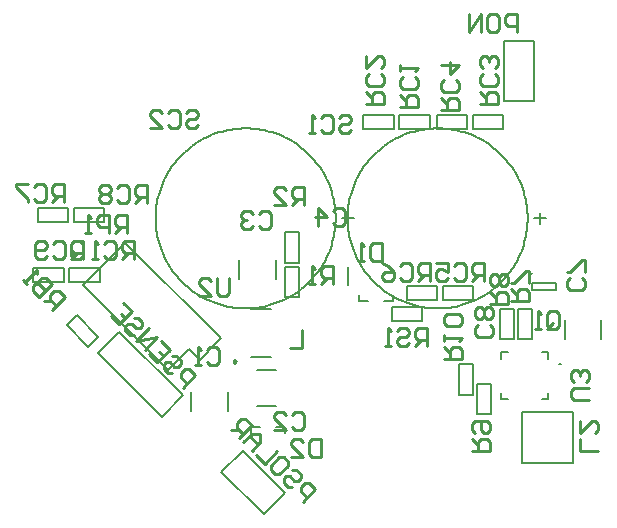
<source format=gbo>
G04*
G04 #@! TF.GenerationSoftware,Altium Limited,Altium Designer,19.1.8 (144)*
G04*
G04 Layer_Color=32896*
%FSLAX25Y25*%
%MOIN*%
G70*
G01*
G75*
%ADD10C,0.00787*%
%ADD11C,0.00500*%
%ADD12C,0.01000*%
%ADD71C,0.00984*%
%ADD72C,0.00000*%
%ADD73C,0.00591*%
D10*
X180000Y127500D02*
X179983Y128502D01*
X179933Y129504D01*
X179849Y130503D01*
X179732Y131499D01*
X179582Y132490D01*
X179399Y133476D01*
X179183Y134455D01*
X178934Y135426D01*
X178653Y136388D01*
X178340Y137341D01*
X177995Y138282D01*
X177620Y139212D01*
X177213Y140128D01*
X176776Y141030D01*
X176309Y141918D01*
X175812Y142789D01*
X175287Y143642D01*
X174733Y144478D01*
X174152Y145295D01*
X173544Y146092D01*
X172910Y146869D01*
X172250Y147624D01*
X171565Y148356D01*
X170856Y149065D01*
X170124Y149750D01*
X169369Y150410D01*
X168593Y151044D01*
X167795Y151652D01*
X166978Y152233D01*
X166142Y152787D01*
X165288Y153312D01*
X164418Y153808D01*
X163530Y154276D01*
X162628Y154713D01*
X161712Y155120D01*
X160782Y155495D01*
X159841Y155840D01*
X158888Y156153D01*
X157926Y156434D01*
X156955Y156683D01*
X155976Y156899D01*
X154990Y157082D01*
X153999Y157232D01*
X153003Y157349D01*
X152004Y157433D01*
X151002Y157483D01*
X150000Y157500D01*
X148997Y157483D01*
X147996Y157433D01*
X146997Y157349D01*
X146001Y157232D01*
X145010Y157082D01*
X144024Y156899D01*
X143045Y156683D01*
X142074Y156434D01*
X141112Y156153D01*
X140159Y155840D01*
X139218Y155495D01*
X138288Y155120D01*
X137372Y154713D01*
X136470Y154276D01*
X135582Y153808D01*
X134712Y153312D01*
X133858Y152787D01*
X133022Y152233D01*
X132205Y151652D01*
X131407Y151044D01*
X130631Y150410D01*
X129876Y149750D01*
X129144Y149065D01*
X128435Y148356D01*
X127750Y147624D01*
X127090Y146869D01*
X126456Y146092D01*
X125848Y145295D01*
X125267Y144478D01*
X124713Y143642D01*
X124188Y142789D01*
X123691Y141918D01*
X123224Y141030D01*
X122787Y140128D01*
X122380Y139212D01*
X122005Y138282D01*
X121660Y137341D01*
X121347Y136388D01*
X121066Y135426D01*
X120817Y134455D01*
X120601Y133476D01*
X120418Y132490D01*
X120268Y131499D01*
X120151Y130503D01*
X120067Y129504D01*
X120017Y128503D01*
X120000Y127500D01*
X120017Y126498D01*
X120067Y125496D01*
X120151Y124497D01*
X120268Y123502D01*
X120418Y122510D01*
X120601Y121525D01*
X120817Y120545D01*
X121066Y119574D01*
X121347Y118612D01*
X121660Y117659D01*
X122004Y116718D01*
X122380Y115788D01*
X122787Y114872D01*
X123224Y113970D01*
X123691Y113083D01*
X124188Y112212D01*
X124713Y111358D01*
X125267Y110522D01*
X125848Y109705D01*
X126456Y108908D01*
X127090Y108131D01*
X127750Y107377D01*
X128435Y106644D01*
X129144Y105935D01*
X129876Y105251D01*
X130631Y104591D01*
X131407Y103956D01*
X132204Y103348D01*
X133021Y102767D01*
X133857Y102213D01*
X134711Y101688D01*
X135582Y101192D01*
X136469Y100724D01*
X137372Y100287D01*
X138288Y99881D01*
X139218Y99505D01*
X140159Y99160D01*
X141112Y98847D01*
X142074Y98566D01*
X143045Y98317D01*
X144024Y98101D01*
X145010Y97918D01*
X146001Y97768D01*
X146997Y97651D01*
X147996Y97567D01*
X148997Y97517D01*
X150000Y97500D01*
X151002Y97517D01*
X152004Y97567D01*
X153003Y97651D01*
X153998Y97768D01*
X154990Y97918D01*
X155975Y98101D01*
X156954Y98317D01*
X157926Y98566D01*
X158888Y98847D01*
X159841Y99160D01*
X160782Y99505D01*
X161711Y99880D01*
X162628Y100287D01*
X163530Y100724D01*
X164417Y101191D01*
X165288Y101688D01*
X166142Y102213D01*
X166978Y102767D01*
X167795Y103348D01*
X168592Y103956D01*
X169369Y104590D01*
X170123Y105250D01*
X170855Y105935D01*
X171564Y106644D01*
X172249Y107376D01*
X172909Y108131D01*
X173544Y108907D01*
X174152Y109704D01*
X174733Y110521D01*
X175287Y111357D01*
X175812Y112211D01*
X176308Y113082D01*
X176775Y113969D01*
X177213Y114872D01*
X177619Y115788D01*
X177995Y116717D01*
X178340Y117659D01*
X178653Y118611D01*
X178934Y119574D01*
X179183Y120545D01*
X179399Y121524D01*
X179582Y122510D01*
X179732Y123501D01*
X179849Y124497D01*
X179933Y125496D01*
X179983Y126497D01*
X180000Y127500D01*
X116000Y127500D02*
X115983Y128502D01*
X115933Y129504D01*
X115849Y130503D01*
X115732Y131499D01*
X115582Y132490D01*
X115399Y133476D01*
X115183Y134455D01*
X114934Y135426D01*
X114653Y136388D01*
X114340Y137341D01*
X113995Y138282D01*
X113619Y139212D01*
X113213Y140128D01*
X112776Y141030D01*
X112309Y141918D01*
X111812Y142789D01*
X111287Y143642D01*
X110733Y144478D01*
X110152Y145295D01*
X109544Y146092D01*
X108910Y146869D01*
X108250Y147624D01*
X107565Y148356D01*
X106856Y149065D01*
X106123Y149750D01*
X105369Y150410D01*
X104593Y151044D01*
X103795Y151652D01*
X102978Y152233D01*
X102143Y152787D01*
X101288Y153312D01*
X100417Y153808D01*
X99530Y154276D01*
X98628Y154713D01*
X97712Y155120D01*
X96782Y155495D01*
X95841Y155840D01*
X94888Y156153D01*
X93926Y156434D01*
X92955Y156683D01*
X91976Y156899D01*
X90990Y157082D01*
X89999Y157232D01*
X89003Y157349D01*
X88004Y157433D01*
X87002Y157483D01*
X86000Y157500D01*
X84997Y157483D01*
X83996Y157433D01*
X82997Y157349D01*
X82001Y157232D01*
X81010Y157082D01*
X80024Y156899D01*
X79045Y156683D01*
X78074Y156434D01*
X77112Y156153D01*
X76159Y155840D01*
X75218Y155495D01*
X74288Y155120D01*
X73372Y154713D01*
X72470Y154276D01*
X71583Y153808D01*
X70711Y153312D01*
X69858Y152787D01*
X69022Y152233D01*
X68205Y151652D01*
X67408Y151044D01*
X66631Y150410D01*
X65876Y149750D01*
X65144Y149065D01*
X64435Y148356D01*
X63750Y147624D01*
X63090Y146869D01*
X62456Y146092D01*
X61848Y145295D01*
X61267Y144478D01*
X60713Y143642D01*
X60188Y142789D01*
X59692Y141918D01*
X59224Y141030D01*
X58787Y140128D01*
X58381Y139212D01*
X58005Y138282D01*
X57660Y137341D01*
X57347Y136388D01*
X57066Y135426D01*
X56817Y134455D01*
X56601Y133476D01*
X56418Y132490D01*
X56268Y131499D01*
X56151Y130503D01*
X56067Y129504D01*
X56017Y128503D01*
X56000Y127500D01*
X56017Y126498D01*
X56067Y125496D01*
X56151Y124497D01*
X56268Y123502D01*
X56418Y122510D01*
X56601Y121525D01*
X56817Y120545D01*
X57066Y119574D01*
X57347Y118612D01*
X57660Y117659D01*
X58004Y116718D01*
X58380Y115788D01*
X58787Y114872D01*
X59224Y113970D01*
X59691Y113083D01*
X60188Y112212D01*
X60713Y111358D01*
X61267Y110522D01*
X61848Y109705D01*
X62456Y108908D01*
X63090Y108131D01*
X63750Y107377D01*
X64435Y106644D01*
X65144Y105935D01*
X65876Y105251D01*
X66631Y104591D01*
X67407Y103956D01*
X68204Y103348D01*
X69021Y102767D01*
X69857Y102213D01*
X70711Y101688D01*
X71582Y101192D01*
X72470Y100724D01*
X73372Y100287D01*
X74288Y99881D01*
X75218Y99505D01*
X76159Y99160D01*
X77112Y98847D01*
X78074Y98566D01*
X79045Y98317D01*
X80024Y98101D01*
X81010Y97918D01*
X82001Y97768D01*
X82997Y97651D01*
X83996Y97567D01*
X84997Y97517D01*
X86000Y97500D01*
X87002Y97517D01*
X88003Y97567D01*
X89003Y97651D01*
X89998Y97768D01*
X90990Y97918D01*
X91975Y98101D01*
X92954Y98317D01*
X93926Y98566D01*
X94888Y98847D01*
X95841Y99160D01*
X96782Y99505D01*
X97711Y99880D01*
X98628Y100287D01*
X99530Y100724D01*
X100417Y101191D01*
X101288Y101688D01*
X102142Y102213D01*
X102978Y102767D01*
X103795Y103348D01*
X104592Y103956D01*
X105369Y104590D01*
X106123Y105250D01*
X106855Y105935D01*
X107564Y106644D01*
X108249Y107376D01*
X108909Y108131D01*
X109544Y108907D01*
X110152Y109704D01*
X110733Y110521D01*
X111287Y111357D01*
X111812Y112211D01*
X112308Y113082D01*
X112775Y113969D01*
X113213Y114872D01*
X113619Y115788D01*
X113995Y116717D01*
X114340Y117659D01*
X114653Y118611D01*
X114934Y119574D01*
X115183Y120545D01*
X115399Y121524D01*
X115582Y122510D01*
X115732Y123501D01*
X115849Y124497D01*
X115933Y125496D01*
X115983Y126497D01*
X116000Y127500D01*
X191106Y78839D02*
X190319D01*
X191106D01*
X172000Y166500D02*
X182000D01*
Y186500D01*
X172000D02*
X182000D01*
X172000Y166500D02*
Y186500D01*
X43858Y89713D02*
X65071Y68500D01*
X58000Y61429D02*
X65071Y68500D01*
X36787Y82642D02*
X58000Y61429D01*
X36787Y82642D02*
X43858Y89713D01*
X87791Y56003D02*
Y58059D01*
X96132D02*
X99209D01*
X87791D02*
X90868D01*
X99209Y56003D02*
Y58059D01*
X89850Y64898D02*
X96150D01*
X89850Y77102D02*
X96150D01*
X80102Y63350D02*
Y69650D01*
X67898Y63350D02*
Y69650D01*
X87732Y97350D02*
X94425D01*
X87732Y81209D02*
X94425D01*
X107945Y105130D02*
Y111429D01*
X120149Y105130D02*
Y111429D01*
X83898Y107350D02*
Y113650D01*
X96102Y107350D02*
Y113650D01*
X181563Y106042D02*
X189437D01*
Y103680D02*
Y106042D01*
X181563Y103680D02*
X189437D01*
X181563D02*
Y106042D01*
X31716Y105142D02*
X45858Y119284D01*
X77678Y87464D01*
X70607Y80393D02*
X77678Y87464D01*
X67071Y83929D02*
X70607Y80393D01*
X60000Y76858D02*
X67071Y83929D01*
X31716Y105142D02*
X60000Y76858D01*
X135209Y99941D02*
Y101997D01*
X123791Y99941D02*
X126868D01*
X132132D02*
X135209D01*
X123791D02*
Y101997D01*
X204602Y87350D02*
Y93650D01*
X192398Y87350D02*
Y93650D01*
X178035Y46035D02*
Y62965D01*
X194965D01*
Y46035D02*
Y62965D01*
X178035Y46035D02*
X194965D01*
X77929Y43000D02*
X85000Y50071D01*
X77929Y43000D02*
X92071Y28858D01*
X99142Y35929D01*
X85000Y50071D02*
X99142Y35929D01*
D11*
X26358Y91889D02*
X33500Y84747D01*
X29611Y95142D02*
X36753Y88000D01*
X33500Y84747D02*
X36753Y88000D01*
X26358Y91889D02*
X29611Y95142D01*
X161700Y161800D02*
X171800D01*
X161700Y157200D02*
X171800D01*
X161700D02*
Y161800D01*
X171800Y157200D02*
Y161800D01*
X149700D02*
X159800D01*
X149700Y157200D02*
X159800D01*
X149700D02*
Y161800D01*
X159800Y157200D02*
Y161800D01*
X137200D02*
X147300D01*
X137200Y157200D02*
X147300D01*
X137200D02*
Y161800D01*
X147300Y157200D02*
Y161800D01*
X125200D02*
X135300D01*
X125200Y157200D02*
X135300D01*
X125200D02*
Y161800D01*
X135300Y157200D02*
Y161800D01*
X16700Y126234D02*
X26800D01*
X16700Y130834D02*
X26800D01*
Y126234D02*
Y130834D01*
X16700Y126234D02*
Y130834D01*
X28700Y126359D02*
X38800D01*
X28700Y130959D02*
X38800D01*
Y126359D02*
Y130959D01*
X28700Y126359D02*
Y130959D01*
X103800Y101200D02*
Y111300D01*
X99200Y101200D02*
Y111300D01*
X103800D01*
X99200Y101200D02*
X103800D01*
Y112700D02*
Y122800D01*
X99200Y112700D02*
Y122800D01*
X103800D01*
X99200Y112700D02*
X103800D01*
X134700Y97800D02*
X144800D01*
X134700Y93200D02*
X144800D01*
X134700D02*
Y97800D01*
X144800Y93200D02*
Y97800D01*
X139700Y104800D02*
X149800D01*
X139700Y100200D02*
X149800D01*
X139700D02*
Y104800D01*
X149800Y100200D02*
Y104800D01*
X151700D02*
X161800D01*
X151700Y100200D02*
X161800D01*
X151700D02*
Y104800D01*
X161800Y100200D02*
Y104800D01*
X27200Y106200D02*
X37300D01*
X27200Y110800D02*
X37300D01*
Y106200D02*
Y110800D01*
X27200Y106200D02*
Y110800D01*
X15200Y106200D02*
X25300D01*
X15200Y110800D02*
X25300D01*
Y106200D02*
Y110800D01*
X15200Y106200D02*
Y110800D01*
X170700Y87200D02*
Y97300D01*
X175300Y87200D02*
Y97300D01*
X170700Y87200D02*
X175300D01*
X170700Y97300D02*
X175300D01*
X176700Y87200D02*
Y97300D01*
X181300Y87200D02*
Y97300D01*
X176700Y87200D02*
X181300D01*
X176700Y97300D02*
X181300D01*
X161800Y68700D02*
Y78800D01*
X157200Y68700D02*
Y78800D01*
X161800D01*
X157200Y68700D02*
X161800D01*
X163200Y62200D02*
Y72300D01*
X167800Y62200D02*
Y72300D01*
X163200Y62200D02*
X167800D01*
X163200Y72300D02*
X167800D01*
X171126Y67126D02*
X173272D01*
X171126Y82874D02*
X173272D01*
X184728Y67126D02*
X186874D01*
X184728Y82874D02*
X186874D01*
X171126Y67126D02*
Y69272D01*
Y80728D02*
Y82874D01*
X186874Y67126D02*
Y69272D01*
Y80728D02*
Y82874D01*
D12*
X176500Y189500D02*
Y195498D01*
X173501D01*
X172501Y194498D01*
Y192499D01*
X173501Y191499D01*
X176500D01*
X167503Y195498D02*
X169502D01*
X170502Y194498D01*
Y190500D01*
X169502Y189500D01*
X167503D01*
X166503Y190500D01*
Y194498D01*
X167503Y195498D01*
X164504Y189500D02*
Y195498D01*
X160505Y189500D01*
Y195498D01*
X21500Y97000D02*
X25741Y101241D01*
X23621Y103362D01*
X22207D01*
X20793Y101948D01*
Y100534D01*
X22914Y98414D01*
X21500Y99827D02*
X18673D01*
X21500Y105482D02*
X17259Y101241D01*
X15138Y103362D01*
Y104776D01*
X15845Y105482D01*
X17259D01*
X19379Y103362D01*
X17259Y105482D01*
Y106896D01*
X17966Y107603D01*
X19379D01*
X21500Y105482D01*
X13017D02*
X11604Y106896D01*
X12311Y106189D01*
X16552Y110431D01*
Y109017D01*
X65000Y71000D02*
X69241Y75241D01*
X67121Y77362D01*
X65707D01*
X64293Y75948D01*
Y74534D01*
X66414Y72414D01*
X61466Y81603D02*
X62879D01*
X64293Y80189D01*
Y78776D01*
X63586Y78069D01*
X62173D01*
X60759Y79483D01*
X59345D01*
X58638Y78776D01*
Y77362D01*
X60052Y75948D01*
X61466D01*
X57931Y86551D02*
X60759Y83724D01*
X56517Y79483D01*
X53690Y82310D01*
X58638Y81603D02*
X57224Y83017D01*
X52276Y83724D02*
X56517Y87965D01*
X49449Y86551D01*
X53690Y90793D01*
X48742Y94327D02*
X50156D01*
X51569Y92913D01*
Y91500D01*
X50862Y90793D01*
X49449D01*
X48035Y92206D01*
X46621D01*
X45914Y91500D01*
Y90086D01*
X47328Y88672D01*
X48742D01*
X45207Y99275D02*
X48035Y96448D01*
X43794Y92206D01*
X40966Y95034D01*
X45914Y94327D02*
X44500Y95741D01*
X164000Y165500D02*
X169998D01*
Y168499D01*
X168998Y169499D01*
X166999D01*
X165999Y168499D01*
Y165500D01*
Y167499D02*
X164000Y169499D01*
X168998Y175497D02*
X169998Y174497D01*
Y172498D01*
X168998Y171498D01*
X165000D01*
X164000Y172498D01*
Y174497D01*
X165000Y175497D01*
X168998Y177496D02*
X169998Y178496D01*
Y180495D01*
X168998Y181495D01*
X167999D01*
X166999Y180495D01*
Y179496D01*
Y180495D01*
X165999Y181495D01*
X165000D01*
X164000Y180495D01*
Y178496D01*
X165000Y177496D01*
X151000Y163500D02*
X156998D01*
Y166499D01*
X155998Y167499D01*
X153999D01*
X152999Y166499D01*
Y163500D01*
Y165499D02*
X151000Y167499D01*
X155998Y173497D02*
X156998Y172497D01*
Y170498D01*
X155998Y169498D01*
X152000D01*
X151000Y170498D01*
Y172497D01*
X152000Y173497D01*
X151000Y178495D02*
X156998D01*
X153999Y175496D01*
Y179495D01*
X137500Y164500D02*
X143498D01*
Y167499D01*
X142498Y168499D01*
X140499D01*
X139499Y167499D01*
Y164500D01*
Y166499D02*
X137500Y168499D01*
X142498Y174497D02*
X143498Y173497D01*
Y171498D01*
X142498Y170498D01*
X138500D01*
X137500Y171498D01*
Y173497D01*
X138500Y174497D01*
X137500Y176496D02*
Y178496D01*
Y177496D01*
X143498D01*
X142498Y176496D01*
X126000Y165500D02*
X131998D01*
Y168499D01*
X130998Y169499D01*
X128999D01*
X127999Y168499D01*
Y165500D01*
Y167499D02*
X126000Y169499D01*
X130998Y175497D02*
X131998Y174497D01*
Y172498D01*
X130998Y171498D01*
X127000D01*
X126000Y172498D01*
Y174497D01*
X127000Y175497D01*
X126000Y181495D02*
Y177496D01*
X129999Y181495D01*
X130998D01*
X131998Y180495D01*
Y178496D01*
X130998Y177496D01*
X117001Y160998D02*
X118001Y161998D01*
X120000D01*
X121000Y160998D01*
Y159999D01*
X120000Y158999D01*
X118001D01*
X117001Y157999D01*
Y157000D01*
X118001Y156000D01*
X120000D01*
X121000Y157000D01*
X111003Y160998D02*
X112003Y161998D01*
X114002D01*
X115002Y160998D01*
Y157000D01*
X114002Y156000D01*
X112003D01*
X111003Y157000D01*
X109004Y156000D02*
X107004D01*
X108004D01*
Y161998D01*
X109004Y160998D01*
X66001Y162498D02*
X67001Y163498D01*
X69000D01*
X70000Y162498D01*
Y161499D01*
X69000Y160499D01*
X67001D01*
X66001Y159499D01*
Y158500D01*
X67001Y157500D01*
X69000D01*
X70000Y158500D01*
X60003Y162498D02*
X61003Y163498D01*
X63002D01*
X64002Y162498D01*
Y158500D01*
X63002Y157500D01*
X61003D01*
X60003Y158500D01*
X54005Y157500D02*
X58004D01*
X54005Y161499D01*
Y162498D01*
X55005Y163498D01*
X57004D01*
X58004Y162498D01*
X25500Y133000D02*
Y138998D01*
X22501D01*
X21501Y137998D01*
Y135999D01*
X22501Y134999D01*
X25500D01*
X23501D02*
X21501Y133000D01*
X15503Y137998D02*
X16503Y138998D01*
X18502D01*
X19502Y137998D01*
Y134000D01*
X18502Y133000D01*
X16503D01*
X15503Y134000D01*
X13504Y138998D02*
X9505D01*
Y137998D01*
X13504Y134000D01*
Y133000D01*
X53000Y132500D02*
Y138498D01*
X50001D01*
X49001Y137498D01*
Y135499D01*
X50001Y134499D01*
X53000D01*
X51001D02*
X49001Y132500D01*
X43003Y137498D02*
X44003Y138498D01*
X46002D01*
X47002Y137498D01*
Y133500D01*
X46002Y132500D01*
X44003D01*
X43003Y133500D01*
X41004Y137498D02*
X40004Y138498D01*
X38005D01*
X37005Y137498D01*
Y136499D01*
X38005Y135499D01*
X37005Y134499D01*
Y133500D01*
X38005Y132500D01*
X40004D01*
X41004Y133500D01*
Y134499D01*
X40004Y135499D01*
X41004Y136499D01*
Y137498D01*
X40004Y135499D02*
X38005D01*
X111000Y53998D02*
Y48000D01*
X108001D01*
X107001Y49000D01*
Y52998D01*
X108001Y53998D01*
X111000D01*
X101003Y48000D02*
X105002D01*
X101003Y51999D01*
Y52998D01*
X102003Y53998D01*
X104002D01*
X105002Y52998D01*
X101501Y61998D02*
X102501Y62998D01*
X104500D01*
X105500Y61998D01*
Y58000D01*
X104500Y57000D01*
X102501D01*
X101501Y58000D01*
X95503Y57000D02*
X99502D01*
X95503Y60999D01*
Y61998D01*
X96503Y62998D01*
X98502D01*
X99502Y61998D01*
X73001Y83498D02*
X74001Y84498D01*
X76000D01*
X77000Y83498D01*
Y79500D01*
X76000Y78500D01*
X74001D01*
X73001Y79500D01*
X71002Y78500D02*
X69003D01*
X70002D01*
Y84498D01*
X71002Y83498D01*
X80500Y107498D02*
Y102500D01*
X79500Y101500D01*
X77501D01*
X76501Y102500D01*
Y107498D01*
X70503Y101500D02*
X74502D01*
X70503Y105499D01*
Y106498D01*
X71503Y107498D01*
X73502D01*
X74502Y106498D01*
X115000Y105500D02*
Y111498D01*
X112001D01*
X111001Y110498D01*
Y108499D01*
X112001Y107499D01*
X115000D01*
X113001D02*
X111001Y105500D01*
X109002D02*
X107003D01*
X108002D01*
Y111498D01*
X109002Y110498D01*
X115001Y129998D02*
X116001Y130998D01*
X118000D01*
X119000Y129998D01*
Y126000D01*
X118000Y125000D01*
X116001D01*
X115001Y126000D01*
X110003Y125000D02*
Y130998D01*
X113002Y127999D01*
X109003D01*
X90501Y128998D02*
X91501Y129998D01*
X93500D01*
X94500Y128998D01*
Y125000D01*
X93500Y124000D01*
X91501D01*
X90501Y125000D01*
X88502Y128998D02*
X87502Y129998D01*
X85503D01*
X84503Y128998D01*
Y127999D01*
X85503Y126999D01*
X86503D01*
X85503D01*
X84503Y125999D01*
Y125000D01*
X85503Y124000D01*
X87502D01*
X88502Y125000D01*
X105500Y132000D02*
Y137998D01*
X102501D01*
X101501Y136998D01*
Y134999D01*
X102501Y133999D01*
X105500D01*
X103501D02*
X101501Y132000D01*
X95503D02*
X99502D01*
X95503Y135999D01*
Y136998D01*
X96503Y137998D01*
X98502D01*
X99502Y136998D01*
X146500Y85000D02*
Y90998D01*
X143501D01*
X142501Y89998D01*
Y87999D01*
X143501Y86999D01*
X146500D01*
X144501D02*
X142501Y85000D01*
X136503Y89998D02*
X137503Y90998D01*
X139502D01*
X140502Y89998D01*
Y88999D01*
X139502Y87999D01*
X137503D01*
X136503Y86999D01*
Y86000D01*
X137503Y85000D01*
X139502D01*
X140502Y86000D01*
X134504Y85000D02*
X132504D01*
X133504D01*
Y90998D01*
X134504Y89998D01*
X147500Y106500D02*
Y112498D01*
X144501D01*
X143501Y111498D01*
Y109499D01*
X144501Y108499D01*
X147500D01*
X145501D02*
X143501Y106500D01*
X137503Y111498D02*
X138503Y112498D01*
X140502D01*
X141502Y111498D01*
Y107500D01*
X140502Y106500D01*
X138503D01*
X137503Y107500D01*
X131505Y112498D02*
X133504Y111498D01*
X135504Y109499D01*
Y107500D01*
X134504Y106500D01*
X132505D01*
X131505Y107500D01*
Y108499D01*
X132505Y109499D01*
X135504D01*
X165500Y106500D02*
Y112498D01*
X162501D01*
X161501Y111498D01*
Y109499D01*
X162501Y108499D01*
X165500D01*
X163501D02*
X161501Y106500D01*
X155503Y111498D02*
X156503Y112498D01*
X158502D01*
X159502Y111498D01*
Y107500D01*
X158502Y106500D01*
X156503D01*
X155503Y107500D01*
X149505Y112498D02*
X153504D01*
Y109499D01*
X151505Y110499D01*
X150505D01*
X149505Y109499D01*
Y107500D01*
X150505Y106500D01*
X152504D01*
X153504Y107500D01*
X186501Y91500D02*
Y95498D01*
X187501Y96498D01*
X189500D01*
X190500Y95498D01*
Y91500D01*
X189500Y90500D01*
X187501D01*
X188501Y92499D02*
X186501Y90500D01*
X187501D02*
X186501Y91500D01*
X184502Y90500D02*
X182503D01*
X183502D01*
Y96498D01*
X184502Y95498D01*
X104900Y90298D02*
Y84300D01*
X100901D01*
X48900Y114000D02*
Y119998D01*
X45901D01*
X44901Y118998D01*
Y116999D01*
X45901Y115999D01*
X48900D01*
X46901D02*
X44901Y114000D01*
X38903Y118998D02*
X39903Y119998D01*
X41902D01*
X42902Y118998D01*
Y115000D01*
X41902Y114000D01*
X39903D01*
X38903Y115000D01*
X36904Y114000D02*
X34905D01*
X35904D01*
Y119998D01*
X36904Y118998D01*
X31905D02*
X30906Y119998D01*
X28907D01*
X27907Y118998D01*
Y115000D01*
X28907Y114000D01*
X30906D01*
X31905Y115000D01*
Y118998D01*
X31900Y114000D02*
Y119998D01*
X28901D01*
X27901Y118998D01*
Y116999D01*
X28901Y115999D01*
X31900D01*
X29901D02*
X27901Y114000D01*
X21903Y118998D02*
X22903Y119998D01*
X24902D01*
X25902Y118998D01*
Y115000D01*
X24902Y114000D01*
X22903D01*
X21903Y115000D01*
X19904D02*
X18904Y114000D01*
X16905D01*
X15905Y115000D01*
Y118998D01*
X16905Y119998D01*
X18904D01*
X19904Y118998D01*
Y117999D01*
X18904Y116999D01*
X15905D01*
X46343Y122715D02*
Y128713D01*
X43344D01*
X42344Y127713D01*
Y125714D01*
X43344Y124714D01*
X46343D01*
X44344D02*
X42344Y122715D01*
X40345D02*
Y128713D01*
X37346D01*
X36346Y127713D01*
Y125714D01*
X37346Y124714D01*
X40345D01*
X34347Y122715D02*
X32348D01*
X33347D01*
Y128713D01*
X34347Y127713D01*
X131365Y119198D02*
Y113200D01*
X128366D01*
X127367Y114200D01*
Y118198D01*
X128366Y119198D01*
X131365D01*
X125367Y113200D02*
X123368D01*
X124368D01*
Y119198D01*
X125367Y118198D01*
X167500Y99000D02*
X173498D01*
Y101999D01*
X172498Y102999D01*
X170499D01*
X169499Y101999D01*
Y99000D01*
Y100999D02*
X167500Y102999D01*
X172498Y104998D02*
X173498Y105998D01*
Y107997D01*
X172498Y108997D01*
X171499D01*
X170499Y107997D01*
X169499Y108997D01*
X168500D01*
X167500Y107997D01*
Y105998D01*
X168500Y104998D01*
X169499D01*
X170499Y105998D01*
X171499Y104998D01*
X172498D01*
X170499Y105998D02*
Y107997D01*
X174500Y100000D02*
X180498D01*
Y102999D01*
X179498Y103999D01*
X177499D01*
X176499Y102999D01*
Y100000D01*
Y101999D02*
X174500Y103999D01*
X180498Y105998D02*
Y109997D01*
X179498D01*
X175500Y105998D01*
X174500D01*
X167498Y91999D02*
X168498Y90999D01*
Y89000D01*
X167498Y88000D01*
X163500D01*
X162500Y89000D01*
Y90999D01*
X163500Y91999D01*
X167498Y93998D02*
X168498Y94998D01*
Y96997D01*
X167498Y97997D01*
X166499D01*
X165499Y96997D01*
X164499Y97997D01*
X163500D01*
X162500Y96997D01*
Y94998D01*
X163500Y93998D01*
X164499D01*
X165499Y94998D01*
X166499Y93998D01*
X167498D01*
X165499Y94998D02*
Y96997D01*
X152000Y80500D02*
X157998D01*
Y83499D01*
X156998Y84499D01*
X154999D01*
X153999Y83499D01*
Y80500D01*
Y82499D02*
X152000Y84499D01*
Y86498D02*
Y88497D01*
Y87498D01*
X157998D01*
X156998Y86498D01*
Y91496D02*
X157998Y92496D01*
Y94495D01*
X156998Y95495D01*
X153000D01*
X152000Y94495D01*
Y92496D01*
X153000Y91496D01*
X156998D01*
X161500Y50000D02*
X167498D01*
Y52999D01*
X166498Y53999D01*
X164499D01*
X163499Y52999D01*
Y50000D01*
Y51999D02*
X161500Y53999D01*
X162500Y55998D02*
X161500Y56998D01*
Y58997D01*
X162500Y59997D01*
X166498D01*
X167498Y58997D01*
Y56998D01*
X166498Y55998D01*
X165499D01*
X164499Y56998D01*
Y59997D01*
X200498Y67000D02*
X195500D01*
X194500Y68000D01*
Y69999D01*
X195500Y70999D01*
X200498D01*
X199498Y72998D02*
X200498Y73998D01*
Y75997D01*
X199498Y76997D01*
X198499D01*
X197499Y75997D01*
Y74997D01*
Y75997D01*
X196499Y76997D01*
X195500D01*
X194500Y75997D01*
Y73998D01*
X195500Y72998D01*
X197998Y107499D02*
X198998Y106499D01*
Y104500D01*
X197998Y103500D01*
X194000D01*
X193000Y104500D01*
Y106499D01*
X194000Y107499D01*
X198998Y109498D02*
Y113497D01*
X197998D01*
X194000Y109498D01*
X193000D01*
X203498Y50000D02*
X197500D01*
Y53999D01*
Y59997D02*
Y55998D01*
X201499Y59997D01*
X202498D01*
X203498Y58997D01*
Y56998D01*
X202498Y55998D01*
X105000Y33000D02*
X109241Y37241D01*
X107121Y39362D01*
X105707D01*
X104293Y37948D01*
Y36534D01*
X106414Y34414D01*
X101466Y43603D02*
X102879D01*
X104293Y42189D01*
Y40776D01*
X103586Y40069D01*
X102173D01*
X100759Y41482D01*
X99345D01*
X98638Y40776D01*
Y39362D01*
X100052Y37948D01*
X101466D01*
X98638Y47844D02*
X100052Y46431D01*
Y45017D01*
X97224Y42189D01*
X95811D01*
X94397Y43603D01*
Y45017D01*
X97224Y47844D01*
X98638D01*
X96517Y49965D02*
X92276Y45724D01*
X89449Y48551D01*
X88035Y49965D02*
X90862Y52793D01*
Y55620D01*
X88035Y55620D01*
X85207Y52793D01*
X87328Y54913D01*
X90156Y52086D01*
X83794Y54206D02*
X88035Y58448D01*
X85914Y60568D01*
X84500D01*
X83087Y59154D01*
Y57741D01*
X85207Y55620D01*
X83794Y57034D02*
X80966Y57034D01*
D71*
X82910Y79831D02*
X82171Y80257D01*
Y79404D01*
X82910Y79831D01*
D72*
X181332Y109191D02*
X180497Y109674D01*
Y108709D01*
X181332Y109191D01*
D73*
X182015Y127449D02*
X185951D01*
X183983Y125481D02*
Y129417D01*
X118015Y127449D02*
X121951D01*
X119983Y125481D02*
Y129417D01*
M02*

</source>
